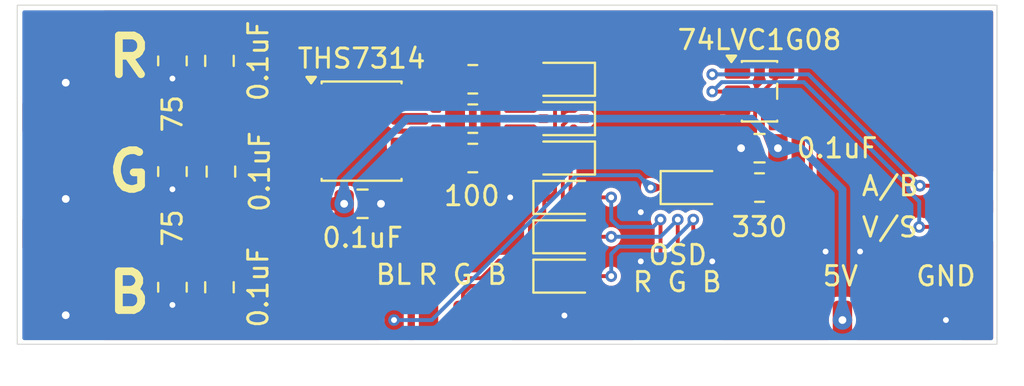
<source format=kicad_pcb>
(kicad_pcb (version 20241229) (generator "pcbnew") (generator_version "9.0")
  (layers (0 "F.Cu" signal) (2 "B.Cu" signal) (13 "F.Paste" user) (15 "B.Paste" user) (5 "F.SilkS" user "F.Silkscreen") (7 "B.SilkS" user "B.Silkscreen") (1 "F.Mask" user) (3 "B.Mask" user) (25 "Edge.Cuts" user))
  (net 0 "")
  (net 1 "B IN")
  (net 2 "Net-(U1-CH.1_IN)")
  (net 3 "Net-(U1-CH.2_IN)")
  (net 4 "G IN")
  (net 5 "Net-(U1-CH.3_IN)")
  (net 6 "R IN")
  (net 7 "+5V")
  (net 8 "GND")
  (net 9 "R OUT")
  (net 10 "EXT R IN")
  (net 11 "EXT G IN")
  (net 12 "G OUT")
  (net 13 "B OUT")
  (net 14 "EXT B IN")
  (net 15 "EXT BL IN")
  (net 16 "Net-(D4-A)")
  (net 17 "OSD_B_IN")
  (net 18 "A{slash}B IN")
  (net 19 "V{slash}S IN")
  (net 20 "Net-(U1-CH.1_OUT)")
  (net 21 "Net-(U1-CH.2_OUT)")
  (net 22 "Net-(U1-CH.3_OUT)")
  (net 23 "Net-(R7-Pad1)")
  (net 24 "OSD_R_IN")
  (net 25 "OSD_G_IN")
  (footprint "Connector_Wire:SolderWirePad_1x01_SMD_1x2mm" (layer "F.Cu") (at 101.199 128.25)
    (property "Reference" "J8" (hide yes))
    (property "Value" "R_OUT")
    (pad "1" smd roundrect (at 0 0) (size 1 2) (layers "F.Cu" "F.Mask") (net 10 "EXT R IN"))
  )
  (footprint "Diode_SMD:D_SOD-323" (layer "F.Cu") (at 108.17 117.856 180)
    (property "Reference" "D2" (hide yes))
    (property "Value" "1N4148WS")
    (fp_line (start -1.61 0.85) (end 1.05 0.85) (stroke (width 0.12)) (layer "F.SilkS"))
    (fp_line (start -1.61 -0.85) (end 1.05 -0.85) (stroke (width 0.12)) (layer "F.SilkS"))
    (fp_line (start -1.61 -0.85) (end -1.61 0.85) (stroke (width 0.12)) (layer "F.SilkS"))
    (pad "1" smd roundrect (at -1.05 0 180) (size 0.6 0.45) (layers "F.Cu" "F.Mask" "F.Paste") (net 11 "EXT G IN"))
    (pad "2" smd roundrect (at 1.05 0 180) (size 0.6 0.45) (layers "F.Cu" "F.Mask" "F.Paste") (net 12 "G OUT"))
  )
  (footprint "Connector_Wire:SolderWirePad_1x01_SMD_2x4mm" (layer "F.Cu") (at 82.5 122 -90)
    (property "Reference" "J4" (hide yes))
    (property "Value" "G_GND")
    (pad "1" smd roundrect (at 0 0 270) (size 2 4) (layers "F.Cu" "F.Mask") (net 8 "GND"))
  )
  (footprint "Connector_Wire:SolderWirePad_1x01_SMD_1x2mm" (layer "F.Cu") (at 112.522 128.27)
    (property "Reference" "J16" (hide yes))
    (property "Value" "OSD_R_IN")
    (pad "1" smd roundrect (at 0 0) (size 1 2) (layers "F.Cu" "F.Mask") (net 24 "OSD_R_IN"))
  )
  (footprint "Resistor_SMD:R_0805_2012Metric" (layer "F.Cu") (at 103.4815 115.824)
    (property "Reference" "R4" (hide yes))
    (property "Value" "100" (at -0.0495 6.022 0) (layer "F.SilkS"))
    (fp_line (start -0.227064 -0.735) (end 0.227064 -0.735) (stroke (width 0.12)) (layer "F.SilkS"))
    (fp_line (start -0.227064 0.735) (end 0.227064 0.735) (stroke (width 0.12)) (layer "F.SilkS"))
    (pad "1" smd roundrect (at -0.9125 0) (size 1.025 1.4) (layers "F.Cu" "F.Mask" "F.Paste") (roundrect_rratio 0.243902) (net 20 "Net-(U1-CH.1_OUT)"))
    (pad "2" smd roundrect (at 0.9125 0) (size 1.025 1.4) (layers "F.Cu" "F.Mask" "F.Paste") (roundrect_rratio 0.243902) (net 9 "R OUT"))
  )
  (footprint "Connector_Wire:SolderWirePad_1x01_SMD_1x2mm" (layer "F.Cu") (at 104.755 128.25)
    (property "Reference" "J10" (hide yes))
    (property "Value" "B_OUT")
    (pad "1" smd roundrect (at 0 0) (size 1 2) (layers "F.Cu" "F.Mask") (net 14 "EXT B IN"))
  )
  (footprint "Connector_Wire:SolderWirePad_1x01_SMD_1x2mm" (layer "F.Cu") (at 99.421 128.25)
    (property "Reference" "J15" (hide yes))
    (property "Value" "BL_OUT")
    (pad "1" smd roundrect (at 0 0) (size 1 2) (layers "F.Cu" "F.Mask") (net 15 "EXT BL IN"))
  )
  (footprint "Connector_Wire:SolderWirePad_1x01_SMD_1x2mm" (layer "F.Cu") (at 122.535 128.25)
    (property "Reference" "J11" (hide yes))
    (property "Value" "5V" (at -0.107 -2.266 0) (layer "F.SilkS"))
    (pad "1" smd roundrect (at 0 0) (size 1 2) (layers "F.Cu" "F.Mask") (net 7 "+5V"))
  )
  (footprint "Connector_Wire:SolderWirePad_1x01_SMD_2x4mm" (layer "F.Cu") (at 82.5 119.5 -90)
    (property "Reference" "J3" (hide yes))
    (property "Value" "G_IN")
    (pad "1" smd roundrect (at 0 0 270) (size 2 4) (layers "F.Cu" "F.Mask") (net 4 "G IN"))
  )
  (footprint "Capacitor_SMD:C_0805_2012Metric" (layer "F.Cu") (at 90.424 114.874 -90)
    (property "Reference" "C1" (hide yes))
    (property "Value" "0.1uF" (at 0 -2 90) (layer "F.SilkS"))
    (fp_line (start -0.261252 0.735) (end 0.261252 0.735) (stroke (width 0.12)) (layer "F.SilkS"))
    (fp_line (start -0.261252 -0.735) (end 0.261252 -0.735) (stroke (width 0.12)) (layer "F.SilkS"))
    (pad "1" smd roundrect (at -0.95 0 270) (size 1 1.45) (layers "F.Cu" "F.Mask" "F.Paste") (net 6 "R IN"))
    (pad "2" smd roundrect (at 0.95 0 270) (size 1 1.45) (layers "F.Cu" "F.Mask" "F.Paste") (net 2 "Net-(U1-CH.1_IN)"))
  )
  (footprint "Resistor_SMD:R_0805_2012Metric" (layer "F.Cu") (at 103.4815 119.888)
    (property "Reference" "R6" (hide yes))
    (property "Value" "100")
    (fp_line (start -0.227064 -0.735) (end 0.227064 -0.735) (stroke (width 0.12)) (layer "F.SilkS"))
    (fp_line (start -0.227064 0.735) (end 0.227064 0.735) (stroke (width 0.12)) (layer "F.SilkS"))
    (pad "1" smd roundrect (at -0.9125 0) (size 1.025 1.4) (layers "F.Cu" "F.Mask" "F.Paste") (roundrect_rratio 0.243902) (net 22 "Net-(U1-CH.3_OUT)"))
    (pad "2" smd roundrect (at 0.9125 0) (size 1.025 1.4) (layers "F.Cu" "F.Mask" "F.Paste") (roundrect_rratio 0.243902) (net 13 "B OUT"))
  )
  (footprint "Package_SO:SOIC-8_3.9x4.9mm_P1.27mm" (layer "F.Cu") (at 97.75 118.5)
    (property "Reference" "U1" (hide yes))
    (property "Value" "THS7314" (at 0 -3.75 0) (layer "F.SilkS"))
    (fp_line (start -2.06 -2.56) (end 2.06 -2.56) (stroke (width 0.12)) (layer "F.SilkS"))
    (fp_line (start -2.06 -2.465) (end -2.06 -2.56) (stroke (width 0.12)) (layer "F.SilkS"))
    (fp_line (start -2.06 2.56) (end -2.06 2.465) (stroke (width 0.12)) (layer "F.SilkS"))
    (fp_line (start 2.06 -2.56) (end 2.06 -2.465) (stroke (width 0.12)) (layer "F.SilkS"))
    (fp_line (start 2.06 2.465) (end 2.06 2.56) (stroke (width 0.12)) (layer "F.SilkS"))
    (fp_line (start 2.06 2.56) (end -2.06 2.56) (stroke (width 0.12)) (layer "F.SilkS"))
    (fp_poly (pts (xy -2.6 -2.47) (xy -2.84 -2.8) (xy -2.36 -2.8)) (stroke (width 0.12)) (fill yes) (layer "F.SilkS"))
    (pad "1" smd roundrect (at -2.475 -1.905) (size 1.95 0.6) (layers "F.Cu" "F.Mask" "F.Paste") (net 2 "Net-(U1-CH.1_IN)"))
    (pad "2" smd roundrect (at -2.475 -0.635) (size 1.95 0.6) (layers "F.Cu" "F.Mask" "F.Paste") (net 3 "Net-(U1-CH.2_IN)"))
    (pad "3" smd roundrect (at -2.475 0.635) (size 1.95 0.6) (layers "F.Cu" "F.Mask" "F.Paste") (net 5 "Net-(U1-CH.3_IN)"))
    (pad "4" smd roundrect (at -2.475 1.905) (size 1.95 0.6) (layers "F.Cu" "F.Mask" "F.Paste") (net 7 "+5V"))
    (pad "5" smd roundrect (at 2.475 1.905) (size 1.95 0.6) (layers "F.Cu" "F.Mask" "F.Paste") (net 8 "GND"))
    (pad "6" smd roundrect (at 2.475 0.635) (size 1.95 0.6) (layers "F.Cu" "F.Mask" "F.Paste") (net 22 "Net-(U1-CH.3_OUT)"))
    (pad "7" smd roundrect (at 2.475 -0.635) (size 1.95 0.6) (layers "F.Cu" "F.Mask" "F.Paste") (net 21 "Net-(U1-CH.2_OUT)"))
    (pad "8" smd roundrect (at 2.475 -1.905) (size 1.95 0.6) (layers "F.Cu" "F.Mask" "F.Paste") (net 20 "Net-(U1-CH.1_OUT)"))
  )
  (footprint "Resistor_SMD:R_0805_2012Metric" (layer "F.Cu") (at 103.4815 117.856)
    (property "Reference" "R5" (hide yes))
    (property "Value" "100")
    (fp_line (start -0.227064 -0.735) (end 0.227064 -0.735) (stroke (width 0.12)) (layer "F.SilkS"))
    (fp_line (start -0.227064 0.735) (end 0.227064 0.735) (stroke (width 0.12)) (layer "F.SilkS"))
    (pad "1" smd roundrect (at -0.9125 0) (size 1.025 1.4) (layers "F.Cu" "F.Mask" "F.Paste") (roundrect_rratio 0.243902) (net 21 "Net-(U1-CH.2_OUT)"))
    (pad "2" smd roundrect (at 0.9125 0) (size 1.025 1.4) (layers "F.Cu" "F.Mask" "F.Paste") (roundrect_rratio 0.243902) (net 12 "G OUT"))
  )
  (footprint "Resistor_SMD:R_0805_2012Metric" (layer "F.Cu") (at 88 120.5875 -90)
    (property "Reference" "R2" (hide yes))
    (property "Value" "75" (at 2.9125 0 90) (layer "F.SilkS"))
    (fp_line (start -0.227064 0.735) (end 0.227064 0.735) (stroke (width 0.12)) (layer "F.SilkS"))
    (fp_line (start -0.227064 -0.735) (end 0.227064 -0.735) (stroke (width 0.12)) (layer "F.SilkS"))
    (pad "1" smd roundrect (at -0.9125 0 270) (size 1.025 1.4) (layers "F.Cu" "F.Mask" "F.Paste") (roundrect_rratio 0.243902) (net 4 "G IN"))
    (pad "2" smd roundrect (at 0.9125 0 270) (size 1.025 1.4) (layers "F.Cu" "F.Mask" "F.Paste") (roundrect_rratio 0.243902) (net 8 "GND"))
  )
  (footprint "Diode_SMD:D_SOD-323" (layer "F.Cu") (at 108.215 125.984)
    (property "Reference" "D7" (hide yes))
    (property "Value" "1N4148WS")
    (fp_line (start -1.61 -0.85) (end -1.61 0.85) (stroke (width 0.12)) (layer "F.SilkS"))
    (fp_line (start -1.61 -0.85) (end 1.05 -0.85) (stroke (width 0.12)) (layer "F.SilkS"))
    (fp_line (start -1.61 0.85) (end 1.05 0.85) (stroke (width 0.12)) (layer "F.SilkS"))
    (pad "1" smd roundrect (at -1.05 0) (size 0.6 0.45) (layers "F.Cu" "F.Mask" "F.Paste") (net 14 "EXT B IN"))
    (pad "2" smd roundrect (at 1.05 0) (size 0.6 0.45) (layers "F.Cu" "F.Mask" "F.Paste") (net 17 "OSD_B_IN"))
  )
  (footprint "Connector_Wire:SolderWirePad_1x01_SMD_1.5x3mm" (layer "F.Cu") (at 128.524 121.31825 90)
    (property "Reference" "J13" (hide yes))
    (property "Value" "AB_IN")
    (pad "1" smd roundrect (at 0 0 90) (size 1.5 3) (layers "F.Cu" "F.Mask") (net 18 "A{slash}B IN"))
  )
  (footprint "Connector_Wire:SolderWirePad_1x01_SMD_1x2mm" (layer "F.Cu") (at 102.977 128.25)
    (property "Reference" "J9" (hide yes))
    (property "Value" "G_OUT")
    (pad "1" smd roundrect (at 0 0) (size 1 2) (layers "F.Cu" "F.Mask") (net 11 "EXT G IN"))
  )
  (footprint "Connector_Wire:SolderWirePad_1x01_SMD_1.5x3mm" (layer "F.Cu") (at 128.524 123.444 90)
    (property "Reference" "J14" (hide yes))
    (property "Value" "VS_IN")
    (pad "1" smd roundrect (at 0 0 90) (size 1.5 3) (layers "F.Cu" "F.Mask") (net 19 "V{slash}S IN"))
  )
  (footprint "Diode_SMD:D_SOD-323" (layer "F.Cu") (at 108.215 123.952)
    (property "Reference" "D6" (hide yes))
    (property "Value" "1N4148WS")
    (fp_line (start -1.61 -0.85) (end -1.61 0.85) (stroke (width 0.12)) (layer "F.SilkS"))
    (fp_line (start -1.61 -0.85) (end 1.05 -0.85) (stroke (width 0.12)) (layer "F.SilkS"))
    (fp_line (start -1.61 0.85) (end 1.05 0.85) (stroke (width 0.12)) (layer "F.SilkS"))
    (pad "1" smd roundrect (at -1.05 0) (size 0.6 0.45) (layers "F.Cu" "F.Mask" "F.Paste") (net 11 "EXT G IN"))
    (pad "2" smd roundrect (at 1.05 0) (size 0.6 0.45) (layers "F.Cu" "F.Mask" "F.Paste") (net 25 "OSD_G_IN"))
  )
  (footprint "Capacitor_SMD:C_0805_2012Metric" (layer "F.Cu") (at 90.424 126.558 -90)
    (property "Reference" "C3" (hide yes))
    (property "Value" "0.1uF" (at 0 -2 90) (layer "F.SilkS"))
    (fp_line (start -0.261252 0.735) (end 0.261252 0.735) (stroke (width 0.12)) (layer "F.SilkS"))
    (fp_line (start -0.261252 -0.735) (end 0.261252 -0.735) (stroke (width 0.12)) (layer "F.SilkS"))
    (pad "1" smd roundrect (at -0.95 0 270) (size 1 1.45) (layers "F.Cu" "F.Mask" "F.Paste") (net 1 "B IN"))
    (pad "2" smd roundrect (at 0.95 0 270) (size 1 1.45) (layers "F.Cu" "F.Mask" "F.Paste") (net 5 "Net-(U1-CH.3_IN)"))
  )
  (footprint "Connector_Wire:SolderWirePad_1x01_SMD_1x2mm" (layer "F.Cu") (at 115.57 128.27)
    (property "Reference" "J17" (hide yes))
    (property "Value" "OSD_G_IN")
    (pad "1" smd roundrect (at 0 0) (size 1 2) (layers "F.Cu" "F.Mask") (net 17 "OSD_B_IN"))
  )
  (footprint "Connector_Wire:SolderWirePad_1x01_SMD_2x4mm" (layer "F.Cu") (at 82.5 113.5 -90)
    (property "Reference" "J1" (hide yes))
    (property "Value" "R_IN")
    (pad "1" smd roundrect (at 0 0 270) (size 2 4) (layers "F.Cu" "F.Mask") (net 6 "R IN"))
  )
  (footprint "Connector_Wire:SolderWirePad_1x01_SMD_1x2mm" (layer "F.Cu") (at 127.869 128.25)
    (property "Reference" "J12" (hide yes))
    (property "Value" "GND" (at 0 -2.266 0) (layer "F.SilkS"))
    (pad "1" smd roundrect (at 0 0) (size 1 2) (layers "F.Cu" "F.Mask") (net 8 "GND"))
  )
  (footprint "Package_TO_SOT_SMD:SOT-23-5" (layer "F.Cu") (at 118.2605 116.444)
    (property "Reference" "U2" (hide yes))
    (property "Value" "74LVC1G08" (at 0 -2.652 0) (layer "F.SilkS"))
    (fp_line (start -0.91 -1.56) (end 0.91 -1.56) (stroke (width 0.12)) (layer "F.SilkS"))
    (fp_line (start -0.91 -1.51) (end -0.91 -1.56) (stroke (width 0.12)) (layer "F.SilkS"))
    (fp_line (start -0.91 1.56) (end -0.91 1.51) (stroke (width 0.12)) (layer "F.SilkS"))
    (fp_line (start 0.91 -1.56) (end 0.91 -1.51) (stroke (width 0.12)) (layer "F.SilkS"))
    (fp_line (start 0.91 -0.39) (end 0.91 0.39) (stroke (width 0.12)) (layer "F.SilkS"))
    (fp_line (start 0.91 1.51) (end 0.91 1.56) (stroke (width 0.12)) (layer "F.SilkS"))
    (fp_line (start 0.91 1.56) (end -0.91 1.56) (stroke (width 0.12)) (layer "F.SilkS"))
    (fp_poly (pts (xy -1.45 -1.51) (xy -1.69 -1.84) (xy -1.21 -1.84)) (stroke (width 0.12)) (fill yes) (layer "F.SilkS"))
    (pad "1" smd roundrect (at -1.1375 -0.95) (size 1.325 0.6) (layers "F.Cu" "F.Mask" "F.Paste") (net 18 "A{slash}B IN"))
    (pad "2" smd roundrect (at -1.1375 0) (size 1.325 0.6) (layers "F.Cu" "F.Mask" "F.Paste") (net 19 "V{slash}S IN"))
    (pad "3" smd roundrect (at -1.1375 0.95) (size 1.325 0.6) (layers "F.Cu" "F.Mask" "F.Paste") (net 8 "GND"))
    (pad "4" smd roundrect (at 1.1375 0.95) (size 1.325 0.6) (layers "F.Cu" "F.Mask" "F.Paste") (net 23 "Net-(R7-Pad1)"))
    (pad "5" smd roundrect (at 1.1375 -0.95) (size 1.325 0.6) (layers "F.Cu" "F.Mask" "F.Paste") (net 7 "+5V"))
  )
  (footprint "Connector_Wire:SolderWirePad_1x01_SMD_2x4mm" (layer "F.Cu") (at 82.5 125.5 -90)
    (property "Reference" "J5" (hide yes))
    (property "Value" "B_IN")
    (pad "1" smd roundrect (at 0 0 270) (size 2 4) (layers "F.Cu" "F.Mask") (net 1 "B IN"))
  )
  (footprint "Connector_Wire:SolderWirePad_1x01_SMD_1x2mm" (layer "F.Cu") (at 114.046 128.27)
    (property "Reference" "J7" (hide yes))
    (property "Value" "OSD_B_IN")
    (pad "1" smd roundrect (at 0 0) (size 1 2) (layers "F.Cu" "F.Mask") (net 25 "OSD_G_IN"))
  )
  (footprint "Capacitor_SMD:C_0805_2012Metric" (layer "F.Cu") (at 118.2605 119.38)
    (property "Reference" "C4" (hide yes))
    (property "Value" "0.1uF" (at 3.998 0 0) (layer "F.SilkS"))
    (fp_line (start -0.261252 -0.735) (end 0.261252 -0.735) (stroke (width 0.12)) (layer "F.SilkS"))
    (fp_line (start -0.261252 0.735) (end 0.261252 0.735) (stroke (width 0.12)) (layer "F.SilkS"))
    (pad "1" smd roundrect (at -0.95 0) (size 1 1.45) (layers "F.Cu" "F.Mask" "F.Paste") (net 8 "GND"))
    (pad "2" smd roundrect (at 0.95 0) (size 1 1.45) (layers "F.Cu" "F.Mask" "F.Paste") (net 7 "+5V"))
  )
  (footprint "Diode_SMD:D_SOD-323" (layer "F.Cu") (at 108.17 115.824 180)
    (property "Reference" "D1" (hide yes))
    (property "Value" "1N4148WS")
    (fp_line (start -1.61 0.85) (end 1.05 0.85) (stroke (width 0.12)) (layer "F.SilkS"))
    (fp_line (start -1.61 -0.85) (end 1.05 -0.85) (stroke (width 0.12)) (layer "F.SilkS"))
    (fp_line (start -1.61 -0.85) (end -1.61 0.85) (stroke (width 0.12)) (layer "F.SilkS"))
    (pad "1" smd roundrect (at -1.05 0 180) (size 0.6 0.45) (layers "F.Cu" "F.Mask" "F.Paste") (net 10 "EXT R IN"))
    (pad "2" smd roundrect (at 1.05 0 180) (size 0.6 0.45) (layers "F.Cu" "F.Mask" "F.Paste") (net 9 "R OUT"))
  )
  (footprint "Diode_SMD:D_SOD-323" (layer "F.Cu") (at 108.215 121.92)
    (property "Reference" "D5" (hide yes))
    (property "Value" "1N4148WS")
    (fp_line (start -1.61 -0.85) (end -1.61 0.85) (stroke (width 0.12)) (layer "F.SilkS"))
    (fp_line (start -1.61 -0.85) (end 1.05 -0.85) (stroke (width 0.12)) (layer "F.SilkS"))
    (fp_line (start -1.61 0.85) (end 1.05 0.85) (stroke (width 0.12)) (layer "F.SilkS"))
    (pad "1" smd roundrect (at -1.05 0) (size 0.6 0.45) (layers "F.Cu" "F.Mask" "F.Paste") (net 10 "EXT R IN"))
    (pad "2" smd roundrect (at 1.05 0) (size 0.6 0.45) (layers "F.Cu" "F.Mask" "F.Paste") (net 24 "OSD_R_IN"))
  )
  (footprint "Diode_SMD:D_SOD-323" (layer "F.Cu") (at 108.17 119.888 180)
    (property "Reference" "D3" (hide yes))
    (property "Value" "1N4148WS")
    (fp_line (start -1.61 0.85) (end 1.05 0.85) (stroke (width 0.12)) (layer "F.SilkS"))
    (fp_line (start -1.61 -0.85) (end 1.05 -0.85) (stroke (width 0.12)) (layer "F.SilkS"))
    (fp_line (start -1.61 -0.85) (end -1.61 0.85) (stroke (width 0.12)) (layer "F.SilkS"))
    (pad "1" smd roundrect (at -1.05 0 180) (size 0.6 0.45) (layers "F.Cu" "F.Mask" "F.Paste") (net 14 "EXT B IN"))
    (pad "2" smd roundrect (at 1.05 0 180) (size 0.6 0.45) (layers "F.Cu" "F.Mask" "F.Paste") (net 13 "B OUT"))
  )
  (footprint "Resistor_SMD:R_0805_2012Metric" (layer "F.Cu") (at 88 126.558 -90)
    (property "Reference" "R3" (hide yes))
    (property "Value" "75" (at -8.956 0 90) (layer "F.SilkS"))
    (fp_line (start -0.227064 0.735) (end 0.227064 0.735) (stroke (width 0.12)) (layer "F.SilkS"))
    (fp_line (start -0.227064 -0.735) (end 0.227064 -0.735) (stroke (width 0.12)) (layer "F.SilkS"))
    (pad "1" smd roundrect (at -0.9125 0 270) (size 1.025 1.4) (layers "F.Cu" "F.Mask" "F.Paste") (roundrect_rratio 0.243902) (net 1 "B IN"))
    (pad "2" smd roundrect (at 0.9125 0 270) (size 1.025 1.4) (layers "F.Cu" "F.Mask" "F.Paste") (roundrect_rratio 0.243902) (net 8 "GND"))
  )
  (footprint "Capacitor_SMD:C_0805_2012Metric" (layer "F.Cu") (at 90.5 120.5875 -90)
    (property "Reference" "C2" (hide yes))
    (property "Value" "0.1uF" (at 0 -2 90) (layer "F.SilkS"))
    (fp_line (start -0.261252 0.735) (end 0.261252 0.735) (stroke (width 0.12)) (layer "F.SilkS"))
    (fp_line (start -0.261252 -0.735) (end 0.261252 -0.735) (stroke (width 0.12)) (layer "F.SilkS"))
    (pad "1" smd roundrect (at -0.95 0 270) (size 1 1.45) (layers "F.Cu" "F.Mask" "F.Paste") (net 4 "G IN"))
    (pad "2" smd roundrect (at 0.95 0 270) (size 1 1.45) (layers "F.Cu" "F.Mask" "F.Paste") (net 3 "Net-(U1-CH.2_IN)"))
  )
  (footprint "Connector_Wire:SolderWirePad_1x01_SMD_2x4mm" (layer "F.Cu") (at 82.5 128 -90)
    (property "Reference" "J6" (hide yes))
    (property "Value" "B_GND")
    (pad "1" smd roundrect (at 0 0 270) (size 2 4) (layers "F.Cu" "F.Mask") (net 8 "GND"))
  )
  (footprint "Connector_Wire:SolderWirePad_1x01_SMD_2x4mm" (layer "F.Cu") (at 82.5 116 -90)
    (property "Reference" "J2" (hide yes))
    (property "Value" "R_GND")
    (pad "1" smd roundrect (at 0 0 270) (size 2 4) (layers "F.Cu" "F.Mask") (net 8 "GND"))
  )
  (footprint "Resistor_SMD:R_0805_2012Metric" (layer "F.Cu") (at 88 114.874 -90)
    (property "Reference" "R1" (hide yes))
    (property "Value" "75" (hide yes))
    (fp_line (start -0.227064 0.735) (end 0.227064 0.735) (stroke (width 0.12)) (layer "F.SilkS"))
    (fp_line (start -0.227064 -0.735) (end 0.227064 -0.735) (stroke (width 0.12)) (layer "F.SilkS"))
    (pad "1" smd roundrect (at -0.9125 0 270) (size 1.025 1.4) (layers "F.Cu" "F.Mask" "F.Paste") (roundrect_rratio 0.243902) (net 6 "R IN"))
    (pad "2" smd roundrect (at 0.9125 0 270) (size 1.025 1.4) (layers "F.Cu" "F.Mask" "F.Paste") (roundrect_rratio 0.243902) (net 8 "GND"))
  )
  (footprint "Diode_SMD:D_SOD-323" (layer "F.Cu") (at 114.774 121.412)
    (property "Reference" "D4" (hide yes))
    (property "Value" "1N4148WS")
    (fp_line (start -1.61 -0.85) (end -1.61 0.85) (stroke (width 0.12)) (layer "F.SilkS"))
    (fp_line (start -1.61 -0.85) (end 1.05 -0.85) (stroke (width 0.12)) (layer "F.SilkS"))
    (fp_line (start -1.61 0.85) (end 1.05 0.85) (stroke (width 0.12)) (layer "F.SilkS"))
    (pad "1" smd roundrect (at -1.05 0) (size 0.6 0.45) (layers "F.Cu" "F.Mask" "F.Paste") (net 15 "EXT BL IN"))
    (pad "2" smd roundrect (at 1.05 0) (size 0.6 0.45) (layers "F.Cu" "F.Mask" "F.Paste") (net 16 "Net-(D4-A)"))
  )
  (footprint "Capacitor_SMD:C_0805_2012Metric" (layer "F.Cu") (at 97.8 122.25 180)
    (property "Reference" "C5" (hide yes))
    (property "Value" "0.1uF" (at 0 -1.75 0) (layer "F.SilkS"))
    (fp_line (start -0.261252 0.735) (end 0.261252 0.735) (stroke (width 0.12)) (layer "F.SilkS"))
    (fp_line (start -0.261252 -0.735) (end 0.261252 -0.735) (stroke (width 0.12)) (layer "F.SilkS"))
    (pad "1" smd roundrect (at -0.95 0 180) (size 1 1.45) (layers "F.Cu" "F.Mask" "F.Paste") (net 8 "GND"))
    (pad "2" smd roundrect (at 0.95 0 180) (size 1 1.45) (layers "F.Cu" "F.Mask" "F.Paste") (net 7 "+5V"))
  )
  (footprint "Resistor_SMD:R_0805_2012Metric" (layer "F.Cu") (at 118.2605 121.412 180)
    (property "Reference" "R7" (hide yes))
    (property "Value" "330" (at 0 -2.032 0) (layer "F.SilkS"))
    (fp_line (start -0.227064 0.735) (end 0.227064 0.735) (stroke (width 0.12)) (layer "F.SilkS"))
    (fp_line (start -0.227064 -0.735) (end 0.227064 -0.735) (stroke (width 0.12)) (layer "F.SilkS"))
    (pad "1" smd roundrect (at -0.9125 0 180) (size 1.025 1.4) (layers "F.Cu" "F.Mask" "F.Paste") (roundrect_rratio 0.243902) (net 23 "Net-(R7-Pad1)"))
    (pad "2" smd roundrect (at 0.9125 0 180) (size 1.025 1.4) (layers "F.Cu" "F.Mask" "F.Paste") (roundrect_rratio 0.243902) (net 16 "Net-(D4-A)"))
  )
  (gr_rect (start 80 112) (end 130.5 129.5) (stroke (width 0.05)) (fill no) (layer "Edge.Cuts"))
  (gr_text "R" (at 100.574 126.492 0) (layer "F.SilkS") (effects (font (size 1 1)) (justify left bottom)))
  (gr_text "A/B" (at 123.444 121.92 0) (layer "F.SilkS") (effects (font (size 1 1)) (justify left bottom)))
  (gr_text "R" (at 111.643 126.873 0) (layer "F.SilkS") (effects (font (size 1 1)) (justify left bottom)))
  (gr_text "OSD" (at 114.046 125.476 0) (layer "F.SilkS") (effects (font (size 1 1)) (justify bottom)))
  (gr_text "R" (at 84.5 115.828 0) (layer "F.SilkS") (effects (font (size 2 2) (thickness 0.4) (bold yes)) (justify left bottom)))
  (gr_text "BL" (at 98.391238 126.492 0) (layer "F.SilkS") (effects (font (size 1 1)) (justify left bottom)))
  (gr_text "G" (at 113.421 126.873 0) (layer "F.SilkS") (effects (font (size 1 1)) (justify left bottom)))
  (gr_text "G" (at 84.5 121.75 0) (layer "F.SilkS") (effects (font (size 2 2) (thickness 0.4) (bold yes)) (justify left bottom)))
  (gr_text "B" (at 104.13 126.492 0) (layer "F.SilkS") (effects (font (size 1 1)) (justify left bottom)))
  (gr_text "B" (at 84.5 128 0) (layer "F.SilkS") (effects (font (size 2 2) (thickness 0.4) (bold yes)) (justify left bottom)))
  (gr_text "B" (at 115.199 126.873 0) (layer "F.SilkS") (effects (font (size 1 1)) (justify left bottom)))
  (gr_text "G" (at 102.352 126.492 0) (layer "F.SilkS") (effects (font (size 1 1)) (justify left bottom)))
  (gr_text "V/S" (at 123.444 124.04575 0) (layer "F.SilkS") (effects (font (size 1 1)) (justify left bottom)))
  (segment (start 88 125.6455) (end 82.6455 125.6455) (width 0.2) (layer "F.Cu") (net 1))
  (segment (start 88 125.6455) (end 90.3865 125.6455) (width 0.2) (layer "F.Cu") (net 1))
  (segment (start 90.3865 125.6455) (end 90.424 125.608) (width 0.2) (layer "F.Cu") (net 1))
  (segment (start 82.6455 125.6455) (end 82.5 125.5) (width 0.2) (layer "F.Cu") (net 1))
  (segment (start 93.227 116.595) (end 92.456 115.824) (width 0.2) (layer "F.Cu") (net 2))
  (segment (start 92.456 115.824) (end 90.424 115.824) (width 0.2) (layer "F.Cu") (net 2))
  (segment (start 95.275 116.595) (end 93.227 116.595) (width 0.2) (layer "F.Cu") (net 2))
  (segment (start 90.5 121.5375) (end 91.8225 121.5375) (width 0.2) (layer "F.Cu") (net 3))
  (segment (start 93.454 117.856) (end 93.463 117.865) (width 0.2) (layer "F.Cu") (net 3))
  (segment (start 92.964 117.856) (end 93.454 117.856) (width 0.2) (layer "F.Cu") (net 3))
  (segment (start 92.456 118.364) (end 92.964 117.856) (width 0.2) (layer "F.Cu") (net 3))
  (segment (start 91.8225 121.5375) (end 92.456 120.904) (width 0.2) (layer "F.Cu") (net 3))
  (segment (start 92.456 120.904) (end 92.456 118.364) (width 0.2) (layer "F.Cu") (net 3))
  (segment (start 93.463 117.865) (end 95.275 117.865) (width 0.2) (layer "F.Cu") (net 3))
  (segment (start 88 119.675) (end 90.4625 119.675) (width 0.2) (layer "F.Cu") (net 4))
  (segment (start 90.4625 119.675) (end 90.5 119.6375) (width 0.2) (layer "F.Cu") (net 4))
  (segment (start 82.675 119.675) (end 82.5 119.5) (width 0.2) (layer "F.Cu") (net 4))
  (segment (start 87.825 119.5) (end 88 119.675) (width 0.2) (layer "F.Cu") (net 4))
  (segment (start 88 119.675) (end 82.675 119.675) (width 0.2) (layer "F.Cu") (net 4))
  (segment (start 93.472 119.38) (end 93.472 127) (width 0.2) (layer "F.Cu") (net 5))
  (segment (start 95.275 119.135) (end 93.717 119.135) (width 0.2) (layer "F.Cu") (net 5))
  (segment (start 93.717 119.135) (end 93.472 119.38) (width 0.2) (layer "F.Cu") (net 5))
  (segment (start 93.472 127) (end 92.964 127.508) (width 0.2) (layer "F.Cu") (net 5))
  (segment (start 92.964 127.508) (end 90.424 127.508) (width 0.2) (layer "F.Cu") (net 5))
  (segment (start 90.3865 113.9615) (end 90.424 113.924) (width 0.2) (layer "F.Cu") (net 6))
  (segment (start 88.0375 113.924) (end 88 113.9615) (width 0.2) (layer "F.Cu") (net 6))
  (segment (start 82.9615 113.9615) (end 82.5 113.5) (width 0.2) (layer "F.Cu") (net 6))
  (segment (start 88 113.9615) (end 90.3865 113.9615) (width 0.2) (layer "F.Cu") (net 6))
  (segment (start 87.817 113.7785) (end 88 113.9615) (width 0.2) (layer "F.Cu") (net 6))
  (segment (start 88 113.9615) (end 82.9615 113.9615) (width 0.2) (layer "F.Cu") (net 6))
  (segment (start 118.4345 118.604) (end 118.4345 116.4575) (width 0.2) (layer "F.Cu") (net 7))
  (segment (start 95.275 121.691) (end 95.834 122.25) (width 0.4) (layer "F.Cu") (net 7))
  (segment (start 119.2105 119.38) (end 118.4345 118.604) (width 0.2) (layer "F.Cu") (net 7))
  (segment (start 95.834 122.25) (end 96.85 122.25) (width 0.4) (layer "F.Cu") (net 7))
  (segment (start 118.4345 116.4575) (end 119.398 115.494) (width 0.2) (layer "F.Cu") (net 7))
  (segment (start 95.275 120.405) (end 95.275 121.691) (width 0.4) (layer "F.Cu") (net 7))
  (via (at 119.2105 119.38) (size 1) (drill 0.4) (layers "F.Cu" "B.Cu") (net 7))
  (via (at 96.85 122.25) (size 1) (drill 0.4) (layers "F.Cu" "B.Cu") (net 7))
  (via (at 122.535 128.25) (size 1) (drill 0.4) (layers "F.Cu" "B.Cu") (net 7))
  (segment (start 119.2105 119.2105) (end 119.2105 119.38) (width 0.4) (layer "B.Cu") (net 7))
  (segment (start 96.85 122.25) (end 96.85 121.082) (width 0.4) (layer "B.Cu") (net 7))
  (segment (start 100.076 117.856) (end 117.856 117.856) (width 0.4) (layer "B.Cu") (net 7))
  (segment (start 122.535 121.519) (end 120.396 119.38) (width 0.4) (layer "B.Cu") (net 7))
  (segment (start 120.396 119.38) (end 119.2105 119.38) (width 0.4) (layer "B.Cu") (net 7))
  (segment (start 122.535 128.25) (end 122.535 121.519) (width 0.4) (layer "B.Cu") (net 7))
  (segment (start 117.856 117.856) (end 119.2105 119.2105) (width 0.4) (layer "B.Cu") (net 7))
  (segment (start 96.85 121.082) (end 100.076 117.856) (width 0.4) (layer "B.Cu") (net 7))
  (segment (start 118.0335 117.44) (end 118.0335 118.657) (width 0.2) (layer "F.Cu") (net 8))
  (segment (start 117.123 117.394) (end 117.9875 117.394) (width 0.2) (layer "F.Cu") (net 8))
  (segment (start 100.225 120.405) (end 100.225 121.771) (width 0.4) (layer "F.Cu") (net 8))
  (segment (start 100.225 121.771) (end 99.746 122.25) (width 0.4) (layer "F.Cu") (net 8))
  (segment (start 99.746 122.25) (end 98.75 122.25) (width 0.4) (layer "F.Cu") (net 8))
  (segment (start 117.9875 117.394) (end 118.0335 117.44) (width 0.2) (layer "F.Cu") (net 8))
  (segment (start 118.0335 118.657) (end 117.3105 119.38) (width 0.2) (layer "F.Cu") (net 8))
  (via (at 112.141 125.222) (size 0.6) (drill 0.3) (layers "F.Cu" "B.Cu") (net 8))
  (via (at 112.141 122.682) (size 0.6) (drill 0.3) (layers "F.Cu" "B.Cu") (net 8))
  (via (at 127.869 128.25) (size 0.6) (drill 0.3) (layers "F.Cu" "B.Cu") (net 8))
  (via (at 117.3105 119.38) (size 1) (drill 0.4) (layers "F.Cu" "B.Cu") (net 8))
  (via (at 82.5 116) (size 1) (drill 0.4) (layers "F.Cu" "B.Cu") (net 8))
  (via (at 115.824 125.222) (size 0.6) (drill 0.3) (layers "F.Cu" "B.Cu") (net 8))
  (via (at 88 121.5) (size 0.8) (drill 0.3) (layers "F.Cu" "B.Cu") (net 8))
  (via (at 82.5 128) (size 1) (drill 0.4) (layers "F.Cu" "B.Cu") (net 8))
  (via (at 88 115.7865) (size 0.8) (drill 0.3) (layers "F.Cu" "B.Cu") (net 8))
  (via (at 88 127.4705) (size 0.8) (drill 0.3) (layers "F.Cu" "B.Cu") (net 8))
  (via (at 82.5 122) (size 1) (drill 0.4) (layers "F.Cu" "B.Cu") (net 8))
  (via (at 121.666 124.714) (size 0.6) (drill 0.3) (layers "F.Cu" "B.Cu") (net 8))
  (via (at 123.444 124.714) (size 0.6) (drill 0.3) (layers "F.Cu" "B.Cu") (net 8))
  (via (at 108.204 128.016) (size 0.6) (drill 0.3) (layers "F.Cu" "B.Cu") (net 8))
  (via (at 98.75 122.25) (size 1) (drill 0.4) (layers "F.Cu" "B.Cu") (net 8))
  (via (at 105.41 121.92) (size 0.6) (drill 0.3) (layers "F.Cu" "B.Cu") (net 8))
  (segment (start 104.394 115.824) (end 107.12 115.824) (width 0.2) (layer "F.Cu") (net 9))
  (segment (start 102.5569 126.492) (end 101.6 126.492) (width 0.2) (layer "F.Cu") (net 10))
  (segment (start 105.958 125.182) (end 104.8238 125.182) (width 0.2) (layer "F.Cu") (net 10))
  (segment (start 107.165 122.705) (end 106.426 123.444) (width 0.2) (layer "F.Cu") (net 10))
  (segment (start 109.22 115.824) (end 108.458 115.824) (width 0.2) (layer "F.Cu") (net 10))
  (segment (start 107.721 116.561) (end 107.721 121.641) (width 0.2) (layer "F.Cu") (net 10))
  (segment (start 107.165 121.92) (end 107.165 122.705) (width 0.2) (layer "F.Cu") (net 10))
  (segment (start 106.426 123.444) (end 106.426 124.714) (width 0.2) (layer "F.Cu") (net 10))
  (segment (start 102.9579 126.091) (end 102.5569 126.492) (width 0.2) (layer "F.Cu") (net 10))
  (segment (start 101.199 126.893) (end 101.199 128.25) (width 0.2) (layer "F.Cu") (net 10))
  (segment (start 108.458 115.824) (end 107.721 116.561) (width 0.2) (layer "F.Cu") (net 10))
  (segment (start 101.6 126.492) (end 101.199 126.893) (width 0.2) (layer "F.Cu") (net 10))
  (segment (start 107.442 121.92) (end 107.165 121.92) (width 0.2) (layer "F.Cu") (net 10))
  (segment (start 106.426 124.714) (end 105.958 125.182) (width 0.2) (layer "F.Cu") (net 10))
  (segment (start 104.8238 125.182) (end 103.9148 126.091) (width 0.2) (layer "F.Cu") (net 10))
  (segment (start 103.9148 126.091) (end 102.9579 126.091) (width 0.2) (layer "F.Cu") (net 10))
  (segment (start 107.721 121.641) (end 107.442 121.92) (width 0.2) (layer "F.Cu") (net 10))
  (segment (start 103.378 126.492) (end 102.977 126.893) (width 0.2) (layer "F.Cu") (net 11))
  (segment (start 109.22 117.856) (end 108.458 117.856) (width 0.2) (layer "F.Cu") (net 11))
  (segment (start 107.165 124.737) (end 106.319 125.583) (width 0.2) (layer "F.Cu") (net 11))
  (segment (start 107.6845 123.952) (end 107.165 123.952) (width 0.2) (layer "F.Cu") (net 11))
  (segment (start 104.0809 126.492) (end 103.378 126.492) (width 0.2) (layer "F.Cu") (net 11))
  (segment (start 107.165 123.952) (end 107.165 124.737) (width 0.2) (layer "F.Cu") (net 11))
  (segment (start 104.9899 125.583) (end 104.0809 126.492) (width 0.2) (layer "F.Cu") (net 11))
  (segment (start 108.122 118.192) (end 108.122 123.5145) (width 0.2) (layer "F.Cu") (net 11))
  (segment (start 106.319 125.583) (end 104.9899 125.583) (width 0.2) (layer "F.Cu") (net 11))
  (segment (start 108.122 123.5145) (end 107.6845 123.952) (width 0.2) (layer "F.Cu") (net 11))
  (segment (start 102.977 126.893) (end 102.977 128.25) (width 0.2) (layer "F.Cu") (net 11))
  (segment (start 108.458 117.856) (end 108.122 118.192) (width 0.2) (layer "F.Cu") (net 11))
  (segment (start 104.394 117.856) (end 107.12 117.856) (width 0.2) (layer "F.Cu") (net 12))
  (segment (start 104.394 119.888) (end 107.12 119.888) (width 0.2) (layer "F.Cu") (net 13))
  (segment (start 107.165 125.984) (end 105.41 125.984) (width 0.2) (layer "F.Cu") (net 14))
  (segment (start 108.523 120.077) (end 108.523 125.157) (width 0.2) (layer "F.Cu") (net 14))
  (segment (start 108.523 125.157) (end 107.696 125.984) (width 0.2) (layer "F.Cu") (net 14))
  (segment (start 104.755 126.639) (end 104.755 128.25) (width 0.2) (layer "F.Cu") (net 14))
  (segment (start 105.41 125.984) (end 104.755 126.639) (width 0.2) (layer "F.Cu") (net 14))
  (segment (start 107.696 125.984) (end 107.165 125.984) (width 0.2) (layer "F.Cu") (net 14))
  (segment (start 109.22 119.888) (end 108.712 119.888) (width 0.2) (layer "F.Cu") (net 14))
  (segment (start 108.712 119.888) (end 108.523 120.077) (width 0.2) (layer "F.Cu") (net 14))
  (segment (start 112.649 121.412) (end 113.724 121.412) (width 0.2) (layer "F.Cu") (net 15))
  (via (at 112.649 121.412) (size 0.6) (drill 0.3) (layers "F.Cu" "B.Cu") (net 15))
  (via (at 99.421 128.25) (size 0.6) (drill 0.3) (layers "F.Cu" "B.Cu") (net 15))
  (segment (start 112.014 120.777) (end 108.839 120.777) (width 0.2) (layer "B.Cu") (net 15))
  (segment (start 112.649 121.412) (end 112.014 120.777) (width 0.2) (layer "B.Cu") (net 15))
  (segment (start 108.839 120.777) (end 101.366 128.25) (width 0.2) (layer "B.Cu") (net 15))
  (segment (start 101.366 128.25) (end 99.421 128.25) (width 0.2) (layer "B.Cu") (net 15))
  (segment (start 115.824 121.412) (end 117.348 121.412) (width 0.2) (layer "F.Cu") (net 16))
  (segment (start 115.57 128.27) (end 115.57 127) (width 0.2) (layer "F.Cu") (net 17))
  (segment (start 115.57 127) (end 114.846003 126.276003) (width 0.2) (layer "F.Cu") (net 17))
  (segment (start 114.846003 126.276003) (end 114.846003 123.063) (width 0.2) (layer "F.Cu") (net 17))
  (segment (start 110.617 125.984) (end 109.265 125.984) (width 0.2) (layer "F.Cu") (net 17))
  (via (at 110.617 125.984) (size 0.6) (drill 0.3) (layers "F.Cu" "B.Cu") (net 17))
  (via (at 114.846003 123.063) (size 0.6) (drill 0.3) (layers "F.Cu" "B.Cu") (net 17))
  (segment (start 114.647 123.311943) (end 113.498943 124.46) (width 0.2) (layer "B.Cu") (net 17))
  (segment (start 114.647 123.262003) (end 114.647 123.311943) (width 0.2) (layer "B.Cu") (net 17))
  (segment (start 110.617 124.841) (end 110.617 125.984) (width 0.2) (layer "B.Cu") (net 17))
  (segment (start 113.498943 124.46) (end 110.998 124.46) (width 0.2) (layer "B.Cu") (net 17))
  (segment (start 110.998 124.46) (end 110.617 124.841) (width 0.2) (layer "B.Cu") (net 17))
  (segment (start 114.846003 123.063) (end 114.647 123.262003) (width 0.2) (layer "B.Cu") (net 17))
  (segment (start 126.52525 121.31825) (end 128.524 121.31825) (width 0.2) (layer "F.Cu") (net 18))
  (segment (start 117.047 115.57) (end 117.123 115.494) (width 0.2) (layer "F.Cu") (net 18))
  (segment (start 115.824 115.57) (end 117.047 115.57) (width 0.2) (layer "F.Cu") (net 18))
  (via (at 115.824 115.57) (size 0.6) (drill 0.3) (layers "F.Cu" "B.Cu") (net 18))
  (via (at 126.52525 121.31825) (size 0.6) (drill 0.3) (layers "F.Cu" "B.Cu") (net 18))
  (segment (start 120.777 115.57) (end 115.824 115.57) (width 0.2) (layer "B.Cu") (net 18))
  (segment (start 126.52525 121.31825) (end 120.777 115.57) (width 0.2) (layer "B.Cu") (net 18))
  (segment (start 117.108 116.459) (end 117.123 116.444) (width 0.2) (layer "F.Cu") (net 19))
  (segment (start 115.824 116.459) (end 117.108 116.459) (width 0.2) (layer "F.Cu") (net 19))
  (segment (start 126.492 123.444) (end 128.524 123.444) (width 0.2) (layer "F.Cu") (net 19))
  (via (at 126.492 123.444) (size 0.6) (drill 0.3) (layers "F.Cu" "B.Cu") (net 19))
  (via (at 115.824 116.459) (size 0.6) (drill 0.3) (layers "F.Cu" "B.Cu") (net 19))
  (segment (start 120.543 115.971) (end 116.312 115.971) (width 0.2) (layer "B.Cu") (net 19))
  (segment (start 116.312 115.971) (end 115.824 116.459) (width 0.2) (layer "B.Cu") (net 19))
  (segment (start 125.92425 121.35225) (end 120.543 115.971) (width 0.2) (layer "B.Cu") (net 19))
  (segment (start 126.492 123.444) (end 126.492 122.134943) (width 0.2) (layer "B.Cu") (net 19))
  (segment (start 125.92425 121.567193) (end 125.92425 121.35225) (width 0.2) (layer "B.Cu") (net 19))
  (segment (start 126.492 122.134943) (end 125.92425 121.567193) (width 0.2) (layer "B.Cu") (net 19))
  (segment (start 100.225 116.595) (end 101.798 116.595) (width 0.2) (layer "F.Cu") (net 20))
  (segment (start 101.798 116.595) (end 102.569 115.824) (width 0.2) (layer "F.Cu") (net 20))
  (segment (start 100.234 117.856) (end 100.225 117.865) (width 0.2) (layer "F.Cu") (net 21))
  (segment (start 102.569 117.856) (end 100.234 117.856) (width 0.2) (layer "F.Cu") (net 21))
  (segment (start 101.816 119.135) (end 102.569 119.888) (width 0.2) (layer "F.Cu") (net 22))
  (segment (start 100.225 119.135) (end 101.816 119.135) (width 0.2) (layer "F.Cu") (net 22))
  (segment (start 120.442 117.394) (end 120.904 117.856) (width 0.2) (layer "F.Cu") (net 23))
  (segment (start 119.398 117.394) (end 120.442 117.394) (width 0.2) (layer "F.Cu") (net 23))
  (segment (start 120.904 120.904) (end 120.396 121.412) (width 0.2) (layer "F.Cu") (net 23))
  (segment (start 120.904 117.856) (end 120.904 120.904) (width 0.2) (layer "F.Cu") (net 23))
  (segment (start 120.396 121.412) (end 119.173 121.412) (width 0.2) (layer "F.Cu") (net 23))
  (segment (start 110.617 121.92) (end 109.265 121.92) (width 0.2) (layer "F.Cu") (net 24))
  (segment (start 112.522 128.27) (end 112.522 127) (width 0.2) (layer "F.Cu") (net 24))
  (segment (start 113.157 126.365) (end 113.157 123.063) (width 0.2) (layer "F.Cu") (net 24))
  (segment (start 112.522 127) (end 113.157 126.365) (width 0.2) (layer "F.Cu") (net 24))
  (via (at 110.617 121.92) (size 0.6) (drill 0.3) (layers "F.Cu" "B.Cu") (net 24))
  (via (at 113.157 123.063) (size 0.6) (drill 0.3) (layers "F.Cu" "B.Cu") (net 24))
  (segment (start 112.776 123.444) (end 110.998 123.444) (width 0.2) (layer "B.Cu") (net 24))
  (segment (start 110.617 123.063) (end 110.617 121.92) (width 0.2) (layer "B.Cu") (net 24))
  (segment (start 113.157 123.063) (end 112.776 123.444) (width 0.2) (layer "B.Cu") (net 24))
  (segment (start 110.998 123.444) (end 110.617 123.063) (width 0.2) (layer "B.Cu") (net 24))
  (segment (start 110.617 123.952) (end 109.265 123.952) (width 0.2) (layer "F.Cu") (net 25))
  (segment (start 114.046 128.27) (end 114.046 123.063) (width 0.2) (layer "F.Cu") (net 25))
  (via (at 114.046 123.063) (size 0.6) (drill 0.3) (layers "F.Cu" "B.Cu") (net 25))
  (via (at 110.617 123.952) (size 0.6) (drill 0.3) (layers "F.Cu" "B.Cu") (net 25))
  (segment (start 113.157 123.952) (end 110.617 123.952) (width 0.2) (layer "B.Cu") (net 25))
  (segment (start 114.046 123.063) (end 113.157 123.952) (width 0.2) (layer "B.Cu") (net 25))
  (zone (net 8) (net_name "GND") (layers "F.Cu" "B.Cu") (name "GND") (connect_pads (clearance 0.2)) (min_thickness 0.2) (fill yes (thermal_gap 0.25) (thermal_bridge_width 0.5))
    (polygon (pts (xy 80.264 112.268) (xy 80.264 129.286) (xy 130.302 129.286) (xy 130.302 112.268)))
  )
)
</source>
